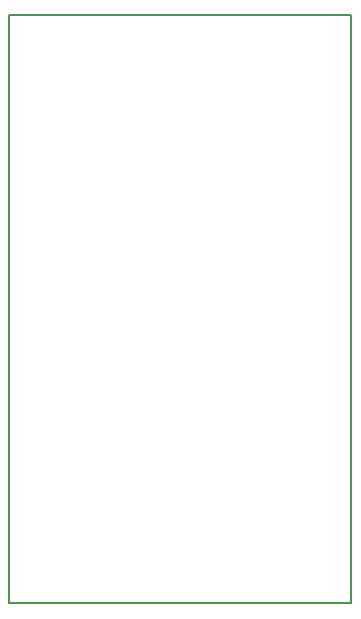
<source format=gko>
G04 #@! TF.FileFunction,Profile,NP*
%FSLAX46Y46*%
G04 Gerber Fmt 4.6, Leading zero omitted, Abs format (unit mm)*
G04 Created by KiCad (PCBNEW 0.201509151501+6198~30~ubuntu14.04.1-product) date Sun 08 Nov 2015 02:29:05 PM EST*
%MOMM*%
G01*
G04 APERTURE LIST*
%ADD10C,0.100000*%
%ADD11C,0.150000*%
G04 APERTURE END LIST*
D10*
D11*
X105156000Y-55880000D02*
X105156000Y-105664000D01*
X134112000Y-105664000D02*
X134112000Y-55880000D01*
X105156000Y-105664000D02*
X134112000Y-105664000D01*
X134112000Y-55880000D02*
X105156000Y-55880000D01*
M02*

</source>
